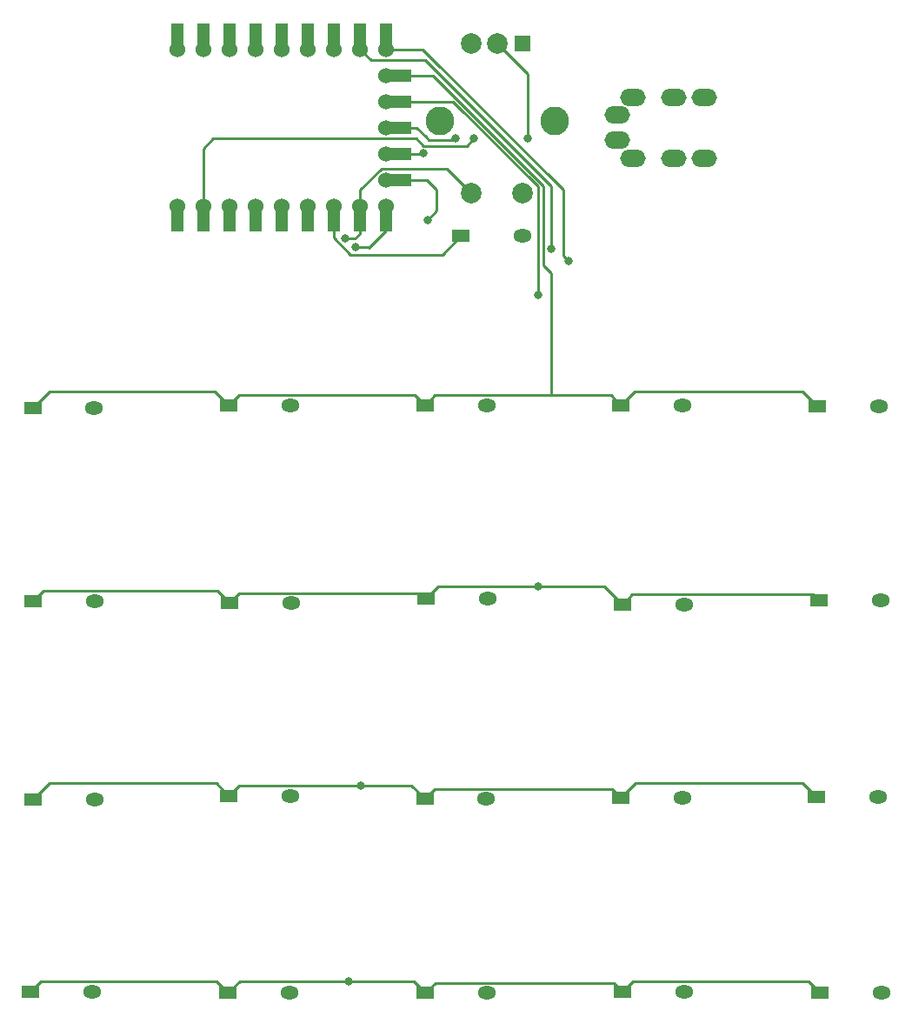
<source format=gbr>
%TF.GenerationSoftware,KiCad,Pcbnew,7.0.8*%
%TF.CreationDate,2023-10-28T15:05:56+09:00*%
%TF.ProjectId,jisaku20rp_right_re,6a697361-6b75-4323-9072-705f72696768,rev?*%
%TF.SameCoordinates,Original*%
%TF.FileFunction,Copper,L1,Top*%
%TF.FilePolarity,Positive*%
%FSLAX46Y46*%
G04 Gerber Fmt 4.6, Leading zero omitted, Abs format (unit mm)*
G04 Created by KiCad (PCBNEW 7.0.8) date 2023-10-28 15:05:56*
%MOMM*%
%LPD*%
G01*
G04 APERTURE LIST*
%TA.AperFunction,ComponentPad*%
%ADD10R,1.500000X1.500000*%
%TD*%
%TA.AperFunction,ComponentPad*%
%ADD11C,2.000000*%
%TD*%
%TA.AperFunction,ComponentPad*%
%ADD12C,2.800000*%
%TD*%
%TA.AperFunction,ComponentPad*%
%ADD13O,2.500000X1.700000*%
%TD*%
%TA.AperFunction,ComponentPad*%
%ADD14C,1.524000*%
%TD*%
%TA.AperFunction,SMDPad,CuDef*%
%ADD15R,1.200000X2.000000*%
%TD*%
%TA.AperFunction,SMDPad,CuDef*%
%ADD16R,2.000000X1.200000*%
%TD*%
%TA.AperFunction,ComponentPad*%
%ADD17R,1.778000X1.300000*%
%TD*%
%TA.AperFunction,ComponentPad*%
%ADD18O,1.778000X1.300000*%
%TD*%
%TA.AperFunction,ViaPad*%
%ADD19C,0.800000*%
%TD*%
%TA.AperFunction,Conductor*%
%ADD20C,0.250000*%
%TD*%
G04 APERTURE END LIST*
D10*
%TO.P,SW21,A,A*%
%TO.N,re1*%
X44760000Y26940000D03*
D11*
%TO.P,SW21,B,B*%
%TO.N,re2*%
X39760000Y26940000D03*
%TO.P,SW21,C,C*%
%TO.N,GND*%
X42260000Y26940000D03*
D12*
%TO.P,SW21,MP*%
%TO.N,N/C*%
X47860000Y19440000D03*
X36660000Y19440000D03*
D11*
%TO.P,SW21,S1,S1*%
%TO.N,Net-(D21-A)*%
X44760000Y12440000D03*
%TO.P,SW21,S2,S2*%
%TO.N,col0*%
X39760000Y12440000D03*
%TD*%
D13*
%TO.P,J1,A*%
%TO.N,unconnected-(J1-PadA)*%
X53940000Y19990000D03*
X53940000Y17540000D03*
%TO.P,J1,B*%
%TO.N,data*%
X62440000Y21740000D03*
X62440000Y15790000D03*
%TO.P,J1,C*%
%TO.N,GND*%
X59440000Y21740000D03*
X59440000Y15790000D03*
%TO.P,J1,D*%
%TO.N,VCC*%
X55440000Y21740000D03*
X55440000Y15790000D03*
%TD*%
D14*
%TO.P,U2,0,GP0*%
%TO.N,data*%
X11110000Y26410000D03*
D15*
X11110000Y27880000D03*
D14*
%TO.P,U2,1,GP1*%
%TO.N,unconnected-(U2-GP1-Pad1)*%
X13650000Y26410000D03*
D15*
X13650000Y27880000D03*
D14*
%TO.P,U2,2,GP2*%
%TO.N,unconnected-(U2-GP2-Pad2)*%
X16190000Y26410000D03*
D15*
X16190000Y27880000D03*
D14*
%TO.P,U2,3,GP3*%
%TO.N,unconnected-(U2-GP3-Pad3)*%
X18730000Y26410000D03*
D15*
X18730000Y27880000D03*
D14*
%TO.P,U2,4,GP4*%
%TO.N,unconnected-(U2-GP4-Pad4)*%
X21270000Y26410000D03*
D15*
X21270000Y27880000D03*
D14*
%TO.P,U2,5,GP5*%
%TO.N,re1*%
X23810000Y26410000D03*
D15*
X23810000Y27880000D03*
D14*
%TO.P,U2,6,GP6*%
%TO.N,re2*%
X26350000Y26410000D03*
D15*
X26350000Y27880000D03*
D14*
%TO.P,U2,7,GP7*%
%TO.N,col4*%
X28890000Y26410000D03*
D15*
X28890000Y27880000D03*
D14*
%TO.P,U2,8,GP8*%
%TO.N,col3*%
X31430000Y26410000D03*
D15*
X31430000Y27880000D03*
D14*
%TO.P,U2,9,GP9*%
%TO.N,row0*%
X31430000Y23870000D03*
D16*
X32880000Y23870000D03*
D14*
%TO.P,U2,10,GP10*%
%TO.N,row1*%
X31430000Y21330000D03*
D16*
X32880000Y21330000D03*
D14*
%TO.P,U2,11,GP11*%
%TO.N,row2*%
X31430000Y18790000D03*
D16*
X32890000Y18790000D03*
D14*
%TO.P,U2,12,GP12*%
%TO.N,row3*%
X31430000Y16250000D03*
D16*
X32870000Y16250000D03*
D14*
%TO.P,U2,13,GP13*%
%TO.N,col2*%
X31430000Y13710000D03*
D16*
X32880000Y13710000D03*
D15*
%TO.P,U2,14,GP14*%
%TO.N,col1*%
X31430000Y9700000D03*
D14*
X31430000Y11170000D03*
D15*
%TO.P,U2,15,GP15*%
%TO.N,col0*%
X28890000Y9700000D03*
D14*
X28890000Y11170000D03*
D15*
%TO.P,U2,26,GP26*%
%TO.N,row4*%
X26350000Y9700000D03*
D14*
X26350000Y11170000D03*
D15*
%TO.P,U2,27,GP27*%
%TO.N,unconnected-(U2-GP27-Pad27)*%
X23810000Y9700000D03*
D14*
X23810000Y11170000D03*
D15*
%TO.P,U2,28,GP28*%
%TO.N,unconnected-(U2-GP28-Pad28)*%
X21270000Y9700000D03*
D14*
X21270000Y11170000D03*
D15*
%TO.P,U2,29,GP29*%
%TO.N,unconnected-(U2-GP29-Pad29)*%
X18730000Y9700000D03*
D14*
X18730000Y11170000D03*
D15*
%TO.P,U2,30,3V3*%
%TO.N,unconnected-(U2-3V3-Pad30)*%
X16190000Y9700000D03*
D14*
X16190000Y11170000D03*
D15*
%TO.P,U2,31,GND*%
%TO.N,GND*%
X13650000Y9700000D03*
D14*
X13650000Y11170000D03*
D15*
%TO.P,U2,32,5V*%
%TO.N,VCC*%
X11110000Y9700000D03*
D14*
X11110000Y11170000D03*
%TD*%
D17*
%TO.P,D15,1,K*%
%TO.N,row2*%
X73360000Y-46332500D03*
D18*
%TO.P,D15,2,A*%
%TO.N,Net-(D15-A)*%
X79360000Y-46332500D03*
%TD*%
D17*
%TO.P,D11,1,K*%
%TO.N,row2*%
X-2930000Y-46640000D03*
D18*
%TO.P,D11,2,A*%
%TO.N,Net-(D11-A)*%
X3070000Y-46640000D03*
%TD*%
D17*
%TO.P,D4,1,K*%
%TO.N,row0*%
X54330000Y-8240000D03*
D18*
%TO.P,D4,2,A*%
%TO.N,Net-(D4-A)*%
X60330000Y-8240000D03*
%TD*%
D17*
%TO.P,D6,1,K*%
%TO.N,row1*%
X-2950000Y-27340000D03*
D18*
%TO.P,D6,2,A*%
%TO.N,Net-(D6-A)*%
X3050000Y-27340000D03*
%TD*%
D17*
%TO.P,D9,1,K*%
%TO.N,row1*%
X54440000Y-27630000D03*
D18*
%TO.P,D9,2,A*%
%TO.N,Net-(D9-A)*%
X60440000Y-27630000D03*
%TD*%
D17*
%TO.P,D8,1,K*%
%TO.N,row1*%
X35310000Y-27050000D03*
D18*
%TO.P,D8,2,A*%
%TO.N,Net-(D8-A)*%
X41310000Y-27050000D03*
%TD*%
D17*
%TO.P,D20,1,K*%
%TO.N,row3*%
X73695000Y-65430000D03*
D18*
%TO.P,D20,2,A*%
%TO.N,Net-(D20-A)*%
X79695000Y-65430000D03*
%TD*%
D17*
%TO.P,D17,1,K*%
%TO.N,row3*%
X16061250Y-65430000D03*
D18*
%TO.P,D17,2,A*%
%TO.N,Net-(D17-A)*%
X22061250Y-65430000D03*
%TD*%
D17*
%TO.P,D12,1,K*%
%TO.N,row2*%
X16142500Y-46230000D03*
D18*
%TO.P,D12,2,A*%
%TO.N,Net-(D12-A)*%
X22142500Y-46230000D03*
%TD*%
D17*
%TO.P,D10,1,K*%
%TO.N,row1*%
X73570000Y-27195000D03*
D18*
%TO.P,D10,2,A*%
%TO.N,Net-(D10-A)*%
X79570000Y-27195000D03*
%TD*%
D17*
%TO.P,D5,1,K*%
%TO.N,row0*%
X73430000Y-8300000D03*
D18*
%TO.P,D5,2,A*%
%TO.N,Net-(D5-A)*%
X79430000Y-8300000D03*
%TD*%
D17*
%TO.P,D13,1,K*%
%TO.N,row2*%
X35215000Y-46537500D03*
D18*
%TO.P,D13,2,A*%
%TO.N,Net-(D13-A)*%
X41215000Y-46537500D03*
%TD*%
D17*
%TO.P,D1,1,K*%
%TO.N,row0*%
X-2970000Y-8510000D03*
D18*
%TO.P,D1,2,A*%
%TO.N,Net-(D1-A)*%
X3030000Y-8510000D03*
%TD*%
D17*
%TO.P,D14,1,K*%
%TO.N,row2*%
X54287500Y-46435000D03*
D18*
%TO.P,D14,2,A*%
%TO.N,Net-(D14-A)*%
X60287500Y-46435000D03*
%TD*%
D17*
%TO.P,D7,1,K*%
%TO.N,row1*%
X16180000Y-27485000D03*
D18*
%TO.P,D7,2,A*%
%TO.N,Net-(D7-A)*%
X22180000Y-27485000D03*
%TD*%
D17*
%TO.P,D3,1,K*%
%TO.N,row0*%
X35230000Y-8240000D03*
D18*
%TO.P,D3,2,A*%
%TO.N,Net-(D3-A)*%
X41230000Y-8240000D03*
%TD*%
D17*
%TO.P,D19,1,K*%
%TO.N,row3*%
X54483750Y-65300000D03*
D18*
%TO.P,D19,2,A*%
%TO.N,Net-(D19-A)*%
X60483750Y-65300000D03*
%TD*%
D17*
%TO.P,D18,1,K*%
%TO.N,row3*%
X35272500Y-65430000D03*
D18*
%TO.P,D18,2,A*%
%TO.N,Net-(D18-A)*%
X41272500Y-65430000D03*
%TD*%
D17*
%TO.P,D16,1,K*%
%TO.N,row3*%
X-3150000Y-65300000D03*
D18*
%TO.P,D16,2,A*%
%TO.N,Net-(D16-A)*%
X2850000Y-65300000D03*
%TD*%
D17*
%TO.P,D21,1,K*%
%TO.N,row4*%
X38760000Y8240000D03*
D18*
%TO.P,D21,2,A*%
%TO.N,Net-(D21-A)*%
X44760000Y8240000D03*
%TD*%
D17*
%TO.P,D2,1,K*%
%TO.N,row0*%
X16130000Y-8240000D03*
D18*
%TO.P,D2,2,A*%
%TO.N,Net-(D2-A)*%
X22130000Y-8240000D03*
%TD*%
D19*
%TO.N,row1*%
X46220000Y2490000D03*
X46220000Y-25840000D03*
%TO.N,row2*%
X28980000Y-45255000D03*
X38240000Y17729500D03*
%TO.N,row3*%
X27810000Y-64320000D03*
X35080000Y16280000D03*
%TO.N,col0*%
X27460000Y7960000D03*
%TO.N,col1*%
X28480000Y7140000D03*
%TO.N,col2*%
X35460000Y9790000D03*
%TO.N,col3*%
X49220000Y5790000D03*
%TO.N,col4*%
X47520000Y6950000D03*
%TO.N,GND*%
X45240000Y17700000D03*
X39970000Y17700000D03*
%TD*%
D20*
%TO.N,row0*%
X46795000Y13105000D02*
X46795000Y5395000D01*
X47530000Y-7265000D02*
X53355000Y-7265000D01*
X14787273Y-6897273D02*
X16130000Y-8240000D01*
X32880000Y23870000D02*
X36030000Y23870000D01*
X55651968Y-6918032D02*
X66350030Y-6918032D01*
X36205000Y-7265000D02*
X47530000Y-7265000D01*
X34255000Y-7265000D02*
X35230000Y-8240000D01*
X66350030Y-6918032D02*
X66680000Y-6897273D01*
X53355000Y-7265000D02*
X54330000Y-8240000D01*
X47560000Y-7235000D02*
X47530000Y-7265000D01*
X72027273Y-6897273D02*
X73430000Y-8300000D01*
X17105000Y-7265000D02*
X34255000Y-7265000D01*
X54330000Y-8240000D02*
X55651968Y-6918032D01*
X-1357273Y-6897273D02*
X14787273Y-6897273D01*
X-2970000Y-8510000D02*
X-1357273Y-6897273D01*
X36030000Y23870000D02*
X46795000Y13105000D01*
X66680000Y-6897273D02*
X72027273Y-6897273D01*
X35230000Y-8240000D02*
X36205000Y-7265000D01*
X47560000Y4630000D02*
X47560000Y-7235000D01*
X31430000Y23870000D02*
X32880000Y23870000D01*
X46795000Y5395000D02*
X47560000Y4630000D01*
X16130000Y-8240000D02*
X17105000Y-7265000D01*
%TO.N,row1*%
X54440000Y-27630000D02*
X52650000Y-25840000D01*
X16180000Y-27485000D02*
X15025000Y-26330000D01*
X46220000Y-25840000D02*
X36520000Y-25840000D01*
X35310000Y-27050000D02*
X34770000Y-26510000D01*
X36520000Y-25840000D02*
X35310000Y-27050000D01*
X37933604Y21330000D02*
X31430000Y21330000D01*
X46220000Y2490000D02*
X46220000Y13043604D01*
X55415000Y-26655000D02*
X54440000Y-27630000D01*
X52650000Y-25840000D02*
X46220000Y-25840000D01*
X46220000Y13043604D02*
X37933604Y21330000D01*
X73030000Y-26655000D02*
X55415000Y-26655000D01*
X34770000Y-26510000D02*
X17155000Y-26510000D01*
X15025000Y-26330000D02*
X-1940000Y-26330000D01*
X-1940000Y-26330000D02*
X-2950000Y-27340000D01*
X73570000Y-27195000D02*
X73030000Y-26655000D01*
X17155000Y-26510000D02*
X16180000Y-27485000D01*
%TO.N,row2*%
X36060000Y17600000D02*
X38110500Y17600000D01*
X35300000Y17880000D02*
X35580000Y17600000D01*
X35580000Y17600000D02*
X36060000Y17600000D01*
X35215000Y-46537500D02*
X36190000Y-45562500D01*
X55725227Y-44997273D02*
X72024773Y-44997273D01*
X54287500Y-46435000D02*
X55725227Y-44997273D01*
X32890000Y18790000D02*
X34390000Y18790000D01*
X34390000Y18790000D02*
X35300000Y17880000D01*
X33932500Y-45255000D02*
X35215000Y-46537500D01*
X72024773Y-44997273D02*
X73360000Y-46332500D01*
X28980000Y-45255000D02*
X33932500Y-45255000D01*
X31430000Y18790000D02*
X32890000Y18790000D01*
X53415000Y-45562500D02*
X54287500Y-46435000D01*
X38110500Y17600000D02*
X38240000Y17729500D01*
X17117500Y-45255000D02*
X28980000Y-45255000D01*
X-1287273Y-44997273D02*
X14909773Y-44997273D01*
X36190000Y-45562500D02*
X53415000Y-45562500D01*
X-2930000Y-46640000D02*
X-1287273Y-44997273D01*
X16142500Y-46230000D02*
X17117500Y-45255000D01*
X14909773Y-44997273D02*
X16142500Y-46230000D01*
%TO.N,row3*%
X27810000Y-64320000D02*
X17171250Y-64320000D01*
X54483750Y-65300000D02*
X55458750Y-64325000D01*
X72590000Y-64325000D02*
X73695000Y-65430000D01*
X55458750Y-64325000D02*
X72590000Y-64325000D01*
X36247500Y-64455000D02*
X35272500Y-65430000D01*
X16061250Y-65430000D02*
X14951250Y-64320000D01*
X35272500Y-65430000D02*
X34162500Y-64320000D01*
X54483750Y-65300000D02*
X53638750Y-64455000D01*
X53638750Y-64455000D02*
X36247500Y-64455000D01*
X17171250Y-64320000D02*
X16061250Y-65430000D01*
X35080000Y16280000D02*
X35050000Y16250000D01*
X-2170000Y-64320000D02*
X-3150000Y-65300000D01*
X35050000Y16250000D02*
X31430000Y16250000D01*
X14951250Y-64320000D02*
X-2170000Y-64320000D01*
X34162500Y-64320000D02*
X27810000Y-64320000D01*
%TO.N,col0*%
X28890000Y8420000D02*
X28890000Y11170000D01*
X39760000Y12440000D02*
X37403000Y14797000D01*
X28890000Y12707251D02*
X28890000Y11170000D01*
X28430000Y7960000D02*
X28890000Y8420000D01*
X30979749Y14797000D02*
X28890000Y12707251D01*
X37403000Y14797000D02*
X30979749Y14797000D01*
X27460000Y7960000D02*
X28430000Y7960000D01*
%TO.N,col1*%
X29770000Y7110000D02*
X31430000Y8770000D01*
X28480000Y7140000D02*
X29740000Y7140000D01*
X31430000Y8770000D02*
X31430000Y11170000D01*
X29740000Y7140000D02*
X29770000Y7110000D01*
%TO.N,col2*%
X36380000Y10710000D02*
X36380000Y12770000D01*
X36380000Y12770000D02*
X35440000Y13710000D01*
X35460000Y9790000D02*
X36380000Y10710000D01*
X35440000Y13710000D02*
X31430000Y13710000D01*
%TO.N,col3*%
X48685000Y12725000D02*
X48685000Y6325000D01*
X48685000Y6325000D02*
X49220000Y5790000D01*
X35000000Y26410000D02*
X48685000Y12725000D01*
X31430000Y26410000D02*
X31430000Y27880000D01*
X31430000Y26410000D02*
X35000000Y26410000D01*
%TO.N,col4*%
X35287000Y25323000D02*
X47520000Y13090000D01*
X28890000Y26410000D02*
X29977000Y25323000D01*
X29977000Y25323000D02*
X35287000Y25323000D01*
X47520000Y13090000D02*
X47520000Y6950000D01*
X28890000Y26410000D02*
X28890000Y27880000D01*
%TO.N,GND*%
X39275000Y17005000D02*
X39970000Y17700000D01*
X35095000Y17005000D02*
X39275000Y17005000D01*
X14590000Y17700000D02*
X34400000Y17700000D01*
X45240000Y23960000D02*
X45240000Y17700000D01*
X13650000Y11170000D02*
X13650000Y16760000D01*
X13650000Y16760000D02*
X14590000Y17700000D01*
X34400000Y17700000D02*
X35095000Y17005000D01*
X42260000Y26940000D02*
X45240000Y23960000D01*
%TO.N,unconnected-(U2-GP1-Pad1)*%
X13650000Y26410000D02*
X13650000Y27880000D01*
%TO.N,row4*%
X26350000Y8044695D02*
X28004695Y6390000D01*
X36910000Y6390000D02*
X38760000Y8240000D01*
X28004695Y6390000D02*
X36910000Y6390000D01*
X26350000Y9700000D02*
X26350000Y8044695D01*
X26350000Y11170000D02*
X26350000Y9700000D01*
%TO.N,VCC*%
X11110000Y9700000D02*
X11110000Y11170000D01*
%TD*%
M02*

</source>
